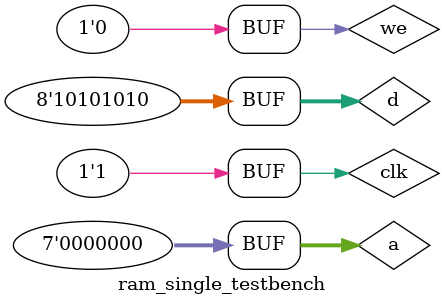
<source format=v>
module ram_single_testbench ();
reg [7:0] d; 
reg [6:0] a; 
reg we; 
reg clk;
wire [7:0] q;

ram_single dut(q, a, d, we, clk);
  initial begin
//Test Operation #1 Write 
    d = 8'b01010101;
    a = 7'b1111111;
    we = 1;
    clk = 0;
    #100;
	 clk =1;
	 #100
//Test Operation #1 Read
    we = 0;
    clk = 0;
    #100;
	 clk =1;
	 #100
	 if (q === 8'b01010101) $display("Read Value Correct");
    if (q !== 8'b01010101) $display("Read Value Incorrect");
//Test Operation #2 Write 
    d = 8'b10101010;
    a = 7'b0000000;
    we = 1;
    clk = 0;
    #100;
	 clk = 1;
	 #100
//Test Operation #2 Read
    we = 0;
    clk = 0;
    #100;
	 clk = 1;
	 if (q === 8'b10101010) $display("Read Value Correct");
    if (q !== 8'b10101010) $display("Read Value Incorrect");

  end
endmodule
</source>
